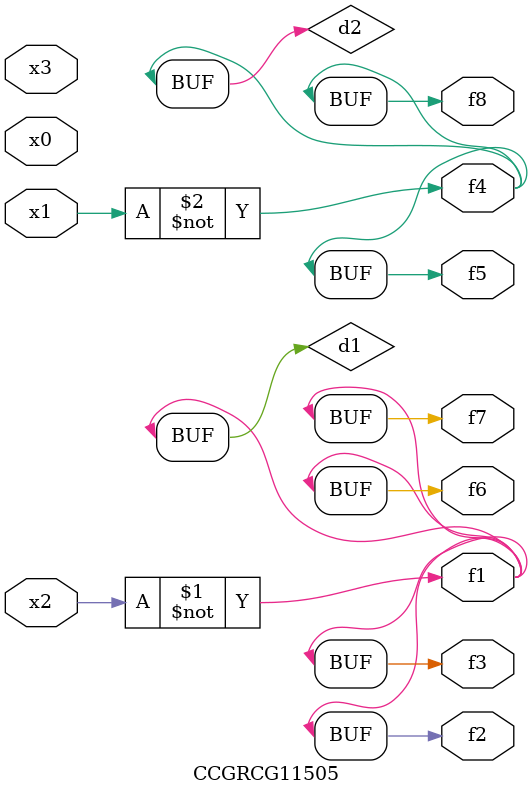
<source format=v>
module CCGRCG11505(
	input x0, x1, x2, x3,
	output f1, f2, f3, f4, f5, f6, f7, f8
);

	wire d1, d2;

	xnor (d1, x2);
	not (d2, x1);
	assign f1 = d1;
	assign f2 = d1;
	assign f3 = d1;
	assign f4 = d2;
	assign f5 = d2;
	assign f6 = d1;
	assign f7 = d1;
	assign f8 = d2;
endmodule

</source>
